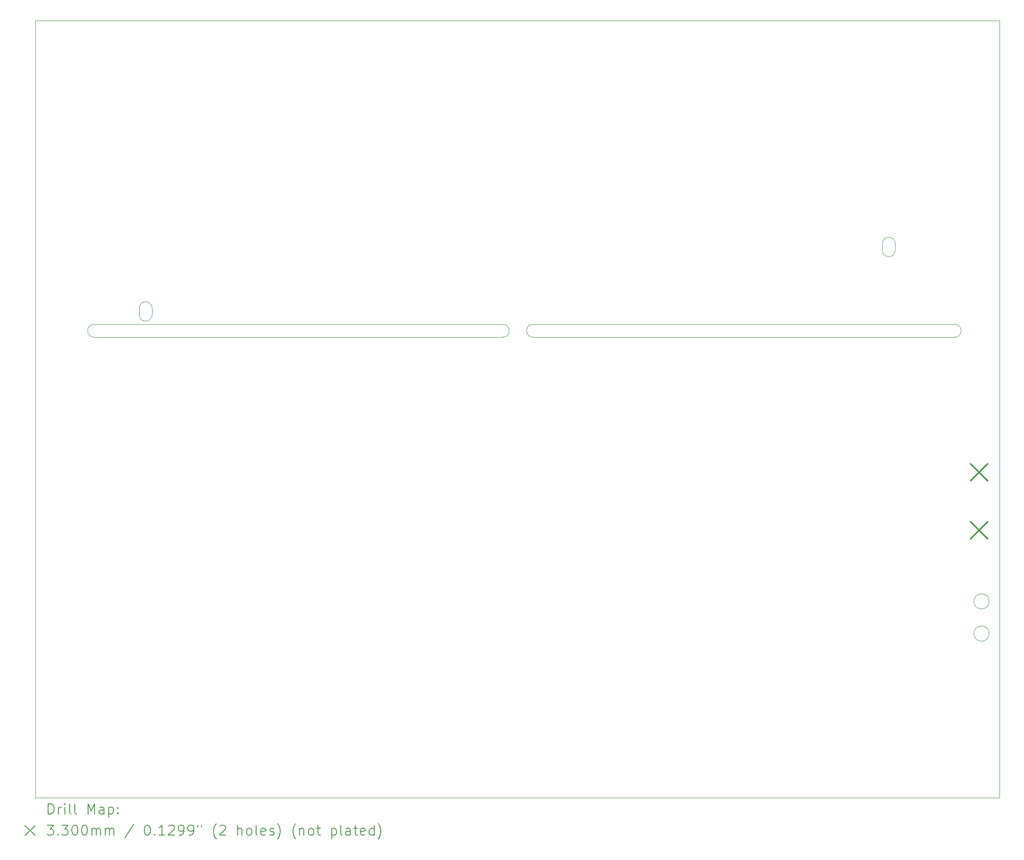
<source format=gbr>
%TF.GenerationSoftware,KiCad,Pcbnew,7.0.9*%
%TF.CreationDate,2023-12-21T14:41:17+01:00*%
%TF.ProjectId,zone-controller,7a6f6e65-2d63-46f6-9e74-726f6c6c6572,v2.0*%
%TF.SameCoordinates,Original*%
%TF.FileFunction,Drillmap*%
%TF.FilePolarity,Positive*%
%FSLAX45Y45*%
G04 Gerber Fmt 4.5, Leading zero omitted, Abs format (unit mm)*
G04 Created by KiCad (PCBNEW 7.0.9) date 2023-12-21 14:41:17*
%MOMM*%
%LPD*%
G01*
G04 APERTURE LIST*
%ADD10C,0.050000*%
%ADD11C,0.200000*%
%ADD12C,0.330000*%
G04 APERTURE END LIST*
D10*
X29184600Y-10045700D02*
X29184600Y-10172700D01*
X22301200Y-11633200D02*
G75*
G03*
X22301200Y-11887200I0J-127000D01*
G01*
X12491500Y-20967700D02*
X31491500Y-20967700D01*
X12491500Y-5648200D02*
X12491500Y-20967700D01*
X31288000Y-17094200D02*
G75*
G03*
X31288000Y-17094200I-150000J0D01*
G01*
X29184600Y-10172700D02*
G75*
G03*
X29438600Y-10172700I127000J0D01*
G01*
X30607000Y-11633200D02*
X22301200Y-11633200D01*
X21704300Y-11887200D02*
G75*
G03*
X21704300Y-11633200I0J127000D01*
G01*
X14795500Y-11442700D02*
X14795500Y-11315700D01*
X12491500Y-5648200D02*
X31491500Y-5648200D01*
X29438600Y-10045700D02*
X29438600Y-10172700D01*
X21704300Y-11887200D02*
X13652500Y-11887200D01*
X13652500Y-11633200D02*
X21704300Y-11633200D01*
X31491500Y-5648200D02*
X31491500Y-20967700D01*
X29438600Y-10045700D02*
G75*
G03*
X29184600Y-10045700I-127000J0D01*
G01*
X14541500Y-11315700D02*
X14541500Y-11442700D01*
X14541500Y-11442700D02*
G75*
G03*
X14795500Y-11442700I127000J0D01*
G01*
X14795500Y-11315700D02*
G75*
G03*
X14541500Y-11315700I-127000J0D01*
G01*
X30607000Y-11887200D02*
X22301200Y-11887200D01*
X31288000Y-17729200D02*
G75*
G03*
X31288000Y-17729200I-150000J0D01*
G01*
X13652500Y-11633200D02*
G75*
G03*
X13652500Y-11887200I0J-127000D01*
G01*
X30607000Y-11887200D02*
G75*
G03*
X30607000Y-11633200I0J127000D01*
G01*
D11*
D12*
X30924600Y-14389100D02*
X31254600Y-14719100D01*
X31254600Y-14389100D02*
X30924600Y-14719100D01*
X30924600Y-15532300D02*
X31254600Y-15862300D01*
X31254600Y-15532300D02*
X30924600Y-15862300D01*
D11*
X12749777Y-21281684D02*
X12749777Y-21081684D01*
X12749777Y-21081684D02*
X12797396Y-21081684D01*
X12797396Y-21081684D02*
X12825967Y-21091208D01*
X12825967Y-21091208D02*
X12845015Y-21110255D01*
X12845015Y-21110255D02*
X12854539Y-21129303D01*
X12854539Y-21129303D02*
X12864062Y-21167398D01*
X12864062Y-21167398D02*
X12864062Y-21195970D01*
X12864062Y-21195970D02*
X12854539Y-21234065D01*
X12854539Y-21234065D02*
X12845015Y-21253112D01*
X12845015Y-21253112D02*
X12825967Y-21272160D01*
X12825967Y-21272160D02*
X12797396Y-21281684D01*
X12797396Y-21281684D02*
X12749777Y-21281684D01*
X12949777Y-21281684D02*
X12949777Y-21148350D01*
X12949777Y-21186446D02*
X12959301Y-21167398D01*
X12959301Y-21167398D02*
X12968824Y-21157874D01*
X12968824Y-21157874D02*
X12987872Y-21148350D01*
X12987872Y-21148350D02*
X13006920Y-21148350D01*
X13073586Y-21281684D02*
X13073586Y-21148350D01*
X13073586Y-21081684D02*
X13064062Y-21091208D01*
X13064062Y-21091208D02*
X13073586Y-21100731D01*
X13073586Y-21100731D02*
X13083110Y-21091208D01*
X13083110Y-21091208D02*
X13073586Y-21081684D01*
X13073586Y-21081684D02*
X13073586Y-21100731D01*
X13197396Y-21281684D02*
X13178348Y-21272160D01*
X13178348Y-21272160D02*
X13168824Y-21253112D01*
X13168824Y-21253112D02*
X13168824Y-21081684D01*
X13302158Y-21281684D02*
X13283110Y-21272160D01*
X13283110Y-21272160D02*
X13273586Y-21253112D01*
X13273586Y-21253112D02*
X13273586Y-21081684D01*
X13530729Y-21281684D02*
X13530729Y-21081684D01*
X13530729Y-21081684D02*
X13597396Y-21224541D01*
X13597396Y-21224541D02*
X13664062Y-21081684D01*
X13664062Y-21081684D02*
X13664062Y-21281684D01*
X13845015Y-21281684D02*
X13845015Y-21176922D01*
X13845015Y-21176922D02*
X13835491Y-21157874D01*
X13835491Y-21157874D02*
X13816443Y-21148350D01*
X13816443Y-21148350D02*
X13778348Y-21148350D01*
X13778348Y-21148350D02*
X13759301Y-21157874D01*
X13845015Y-21272160D02*
X13825967Y-21281684D01*
X13825967Y-21281684D02*
X13778348Y-21281684D01*
X13778348Y-21281684D02*
X13759301Y-21272160D01*
X13759301Y-21272160D02*
X13749777Y-21253112D01*
X13749777Y-21253112D02*
X13749777Y-21234065D01*
X13749777Y-21234065D02*
X13759301Y-21215017D01*
X13759301Y-21215017D02*
X13778348Y-21205493D01*
X13778348Y-21205493D02*
X13825967Y-21205493D01*
X13825967Y-21205493D02*
X13845015Y-21195970D01*
X13940253Y-21148350D02*
X13940253Y-21348350D01*
X13940253Y-21157874D02*
X13959301Y-21148350D01*
X13959301Y-21148350D02*
X13997396Y-21148350D01*
X13997396Y-21148350D02*
X14016443Y-21157874D01*
X14016443Y-21157874D02*
X14025967Y-21167398D01*
X14025967Y-21167398D02*
X14035491Y-21186446D01*
X14035491Y-21186446D02*
X14035491Y-21243589D01*
X14035491Y-21243589D02*
X14025967Y-21262636D01*
X14025967Y-21262636D02*
X14016443Y-21272160D01*
X14016443Y-21272160D02*
X13997396Y-21281684D01*
X13997396Y-21281684D02*
X13959301Y-21281684D01*
X13959301Y-21281684D02*
X13940253Y-21272160D01*
X14121205Y-21262636D02*
X14130729Y-21272160D01*
X14130729Y-21272160D02*
X14121205Y-21281684D01*
X14121205Y-21281684D02*
X14111682Y-21272160D01*
X14111682Y-21272160D02*
X14121205Y-21262636D01*
X14121205Y-21262636D02*
X14121205Y-21281684D01*
X14121205Y-21157874D02*
X14130729Y-21167398D01*
X14130729Y-21167398D02*
X14121205Y-21176922D01*
X14121205Y-21176922D02*
X14111682Y-21167398D01*
X14111682Y-21167398D02*
X14121205Y-21157874D01*
X14121205Y-21157874D02*
X14121205Y-21176922D01*
X12289000Y-21510200D02*
X12489000Y-21710200D01*
X12489000Y-21510200D02*
X12289000Y-21710200D01*
X12730729Y-21501684D02*
X12854539Y-21501684D01*
X12854539Y-21501684D02*
X12787872Y-21577874D01*
X12787872Y-21577874D02*
X12816443Y-21577874D01*
X12816443Y-21577874D02*
X12835491Y-21587398D01*
X12835491Y-21587398D02*
X12845015Y-21596922D01*
X12845015Y-21596922D02*
X12854539Y-21615970D01*
X12854539Y-21615970D02*
X12854539Y-21663589D01*
X12854539Y-21663589D02*
X12845015Y-21682636D01*
X12845015Y-21682636D02*
X12835491Y-21692160D01*
X12835491Y-21692160D02*
X12816443Y-21701684D01*
X12816443Y-21701684D02*
X12759301Y-21701684D01*
X12759301Y-21701684D02*
X12740253Y-21692160D01*
X12740253Y-21692160D02*
X12730729Y-21682636D01*
X12940253Y-21682636D02*
X12949777Y-21692160D01*
X12949777Y-21692160D02*
X12940253Y-21701684D01*
X12940253Y-21701684D02*
X12930729Y-21692160D01*
X12930729Y-21692160D02*
X12940253Y-21682636D01*
X12940253Y-21682636D02*
X12940253Y-21701684D01*
X13016443Y-21501684D02*
X13140253Y-21501684D01*
X13140253Y-21501684D02*
X13073586Y-21577874D01*
X13073586Y-21577874D02*
X13102158Y-21577874D01*
X13102158Y-21577874D02*
X13121205Y-21587398D01*
X13121205Y-21587398D02*
X13130729Y-21596922D01*
X13130729Y-21596922D02*
X13140253Y-21615970D01*
X13140253Y-21615970D02*
X13140253Y-21663589D01*
X13140253Y-21663589D02*
X13130729Y-21682636D01*
X13130729Y-21682636D02*
X13121205Y-21692160D01*
X13121205Y-21692160D02*
X13102158Y-21701684D01*
X13102158Y-21701684D02*
X13045015Y-21701684D01*
X13045015Y-21701684D02*
X13025967Y-21692160D01*
X13025967Y-21692160D02*
X13016443Y-21682636D01*
X13264062Y-21501684D02*
X13283110Y-21501684D01*
X13283110Y-21501684D02*
X13302158Y-21511208D01*
X13302158Y-21511208D02*
X13311682Y-21520731D01*
X13311682Y-21520731D02*
X13321205Y-21539779D01*
X13321205Y-21539779D02*
X13330729Y-21577874D01*
X13330729Y-21577874D02*
X13330729Y-21625493D01*
X13330729Y-21625493D02*
X13321205Y-21663589D01*
X13321205Y-21663589D02*
X13311682Y-21682636D01*
X13311682Y-21682636D02*
X13302158Y-21692160D01*
X13302158Y-21692160D02*
X13283110Y-21701684D01*
X13283110Y-21701684D02*
X13264062Y-21701684D01*
X13264062Y-21701684D02*
X13245015Y-21692160D01*
X13245015Y-21692160D02*
X13235491Y-21682636D01*
X13235491Y-21682636D02*
X13225967Y-21663589D01*
X13225967Y-21663589D02*
X13216443Y-21625493D01*
X13216443Y-21625493D02*
X13216443Y-21577874D01*
X13216443Y-21577874D02*
X13225967Y-21539779D01*
X13225967Y-21539779D02*
X13235491Y-21520731D01*
X13235491Y-21520731D02*
X13245015Y-21511208D01*
X13245015Y-21511208D02*
X13264062Y-21501684D01*
X13454539Y-21501684D02*
X13473586Y-21501684D01*
X13473586Y-21501684D02*
X13492634Y-21511208D01*
X13492634Y-21511208D02*
X13502158Y-21520731D01*
X13502158Y-21520731D02*
X13511682Y-21539779D01*
X13511682Y-21539779D02*
X13521205Y-21577874D01*
X13521205Y-21577874D02*
X13521205Y-21625493D01*
X13521205Y-21625493D02*
X13511682Y-21663589D01*
X13511682Y-21663589D02*
X13502158Y-21682636D01*
X13502158Y-21682636D02*
X13492634Y-21692160D01*
X13492634Y-21692160D02*
X13473586Y-21701684D01*
X13473586Y-21701684D02*
X13454539Y-21701684D01*
X13454539Y-21701684D02*
X13435491Y-21692160D01*
X13435491Y-21692160D02*
X13425967Y-21682636D01*
X13425967Y-21682636D02*
X13416443Y-21663589D01*
X13416443Y-21663589D02*
X13406920Y-21625493D01*
X13406920Y-21625493D02*
X13406920Y-21577874D01*
X13406920Y-21577874D02*
X13416443Y-21539779D01*
X13416443Y-21539779D02*
X13425967Y-21520731D01*
X13425967Y-21520731D02*
X13435491Y-21511208D01*
X13435491Y-21511208D02*
X13454539Y-21501684D01*
X13606920Y-21701684D02*
X13606920Y-21568350D01*
X13606920Y-21587398D02*
X13616443Y-21577874D01*
X13616443Y-21577874D02*
X13635491Y-21568350D01*
X13635491Y-21568350D02*
X13664063Y-21568350D01*
X13664063Y-21568350D02*
X13683110Y-21577874D01*
X13683110Y-21577874D02*
X13692634Y-21596922D01*
X13692634Y-21596922D02*
X13692634Y-21701684D01*
X13692634Y-21596922D02*
X13702158Y-21577874D01*
X13702158Y-21577874D02*
X13721205Y-21568350D01*
X13721205Y-21568350D02*
X13749777Y-21568350D01*
X13749777Y-21568350D02*
X13768824Y-21577874D01*
X13768824Y-21577874D02*
X13778348Y-21596922D01*
X13778348Y-21596922D02*
X13778348Y-21701684D01*
X13873586Y-21701684D02*
X13873586Y-21568350D01*
X13873586Y-21587398D02*
X13883110Y-21577874D01*
X13883110Y-21577874D02*
X13902158Y-21568350D01*
X13902158Y-21568350D02*
X13930729Y-21568350D01*
X13930729Y-21568350D02*
X13949777Y-21577874D01*
X13949777Y-21577874D02*
X13959301Y-21596922D01*
X13959301Y-21596922D02*
X13959301Y-21701684D01*
X13959301Y-21596922D02*
X13968824Y-21577874D01*
X13968824Y-21577874D02*
X13987872Y-21568350D01*
X13987872Y-21568350D02*
X14016443Y-21568350D01*
X14016443Y-21568350D02*
X14035491Y-21577874D01*
X14035491Y-21577874D02*
X14045015Y-21596922D01*
X14045015Y-21596922D02*
X14045015Y-21701684D01*
X14435491Y-21492160D02*
X14264063Y-21749303D01*
X14692634Y-21501684D02*
X14711682Y-21501684D01*
X14711682Y-21501684D02*
X14730729Y-21511208D01*
X14730729Y-21511208D02*
X14740253Y-21520731D01*
X14740253Y-21520731D02*
X14749777Y-21539779D01*
X14749777Y-21539779D02*
X14759301Y-21577874D01*
X14759301Y-21577874D02*
X14759301Y-21625493D01*
X14759301Y-21625493D02*
X14749777Y-21663589D01*
X14749777Y-21663589D02*
X14740253Y-21682636D01*
X14740253Y-21682636D02*
X14730729Y-21692160D01*
X14730729Y-21692160D02*
X14711682Y-21701684D01*
X14711682Y-21701684D02*
X14692634Y-21701684D01*
X14692634Y-21701684D02*
X14673586Y-21692160D01*
X14673586Y-21692160D02*
X14664063Y-21682636D01*
X14664063Y-21682636D02*
X14654539Y-21663589D01*
X14654539Y-21663589D02*
X14645015Y-21625493D01*
X14645015Y-21625493D02*
X14645015Y-21577874D01*
X14645015Y-21577874D02*
X14654539Y-21539779D01*
X14654539Y-21539779D02*
X14664063Y-21520731D01*
X14664063Y-21520731D02*
X14673586Y-21511208D01*
X14673586Y-21511208D02*
X14692634Y-21501684D01*
X14845015Y-21682636D02*
X14854539Y-21692160D01*
X14854539Y-21692160D02*
X14845015Y-21701684D01*
X14845015Y-21701684D02*
X14835491Y-21692160D01*
X14835491Y-21692160D02*
X14845015Y-21682636D01*
X14845015Y-21682636D02*
X14845015Y-21701684D01*
X15045015Y-21701684D02*
X14930729Y-21701684D01*
X14987872Y-21701684D02*
X14987872Y-21501684D01*
X14987872Y-21501684D02*
X14968825Y-21530255D01*
X14968825Y-21530255D02*
X14949777Y-21549303D01*
X14949777Y-21549303D02*
X14930729Y-21558827D01*
X15121206Y-21520731D02*
X15130729Y-21511208D01*
X15130729Y-21511208D02*
X15149777Y-21501684D01*
X15149777Y-21501684D02*
X15197396Y-21501684D01*
X15197396Y-21501684D02*
X15216444Y-21511208D01*
X15216444Y-21511208D02*
X15225967Y-21520731D01*
X15225967Y-21520731D02*
X15235491Y-21539779D01*
X15235491Y-21539779D02*
X15235491Y-21558827D01*
X15235491Y-21558827D02*
X15225967Y-21587398D01*
X15225967Y-21587398D02*
X15111682Y-21701684D01*
X15111682Y-21701684D02*
X15235491Y-21701684D01*
X15330729Y-21701684D02*
X15368825Y-21701684D01*
X15368825Y-21701684D02*
X15387872Y-21692160D01*
X15387872Y-21692160D02*
X15397396Y-21682636D01*
X15397396Y-21682636D02*
X15416444Y-21654065D01*
X15416444Y-21654065D02*
X15425967Y-21615970D01*
X15425967Y-21615970D02*
X15425967Y-21539779D01*
X15425967Y-21539779D02*
X15416444Y-21520731D01*
X15416444Y-21520731D02*
X15406920Y-21511208D01*
X15406920Y-21511208D02*
X15387872Y-21501684D01*
X15387872Y-21501684D02*
X15349777Y-21501684D01*
X15349777Y-21501684D02*
X15330729Y-21511208D01*
X15330729Y-21511208D02*
X15321206Y-21520731D01*
X15321206Y-21520731D02*
X15311682Y-21539779D01*
X15311682Y-21539779D02*
X15311682Y-21587398D01*
X15311682Y-21587398D02*
X15321206Y-21606446D01*
X15321206Y-21606446D02*
X15330729Y-21615970D01*
X15330729Y-21615970D02*
X15349777Y-21625493D01*
X15349777Y-21625493D02*
X15387872Y-21625493D01*
X15387872Y-21625493D02*
X15406920Y-21615970D01*
X15406920Y-21615970D02*
X15416444Y-21606446D01*
X15416444Y-21606446D02*
X15425967Y-21587398D01*
X15521206Y-21701684D02*
X15559301Y-21701684D01*
X15559301Y-21701684D02*
X15578348Y-21692160D01*
X15578348Y-21692160D02*
X15587872Y-21682636D01*
X15587872Y-21682636D02*
X15606920Y-21654065D01*
X15606920Y-21654065D02*
X15616444Y-21615970D01*
X15616444Y-21615970D02*
X15616444Y-21539779D01*
X15616444Y-21539779D02*
X15606920Y-21520731D01*
X15606920Y-21520731D02*
X15597396Y-21511208D01*
X15597396Y-21511208D02*
X15578348Y-21501684D01*
X15578348Y-21501684D02*
X15540253Y-21501684D01*
X15540253Y-21501684D02*
X15521206Y-21511208D01*
X15521206Y-21511208D02*
X15511682Y-21520731D01*
X15511682Y-21520731D02*
X15502158Y-21539779D01*
X15502158Y-21539779D02*
X15502158Y-21587398D01*
X15502158Y-21587398D02*
X15511682Y-21606446D01*
X15511682Y-21606446D02*
X15521206Y-21615970D01*
X15521206Y-21615970D02*
X15540253Y-21625493D01*
X15540253Y-21625493D02*
X15578348Y-21625493D01*
X15578348Y-21625493D02*
X15597396Y-21615970D01*
X15597396Y-21615970D02*
X15606920Y-21606446D01*
X15606920Y-21606446D02*
X15616444Y-21587398D01*
X15692634Y-21501684D02*
X15692634Y-21539779D01*
X15768825Y-21501684D02*
X15768825Y-21539779D01*
X16064063Y-21777874D02*
X16054539Y-21768350D01*
X16054539Y-21768350D02*
X16035491Y-21739779D01*
X16035491Y-21739779D02*
X16025968Y-21720731D01*
X16025968Y-21720731D02*
X16016444Y-21692160D01*
X16016444Y-21692160D02*
X16006920Y-21644541D01*
X16006920Y-21644541D02*
X16006920Y-21606446D01*
X16006920Y-21606446D02*
X16016444Y-21558827D01*
X16016444Y-21558827D02*
X16025968Y-21530255D01*
X16025968Y-21530255D02*
X16035491Y-21511208D01*
X16035491Y-21511208D02*
X16054539Y-21482636D01*
X16054539Y-21482636D02*
X16064063Y-21473112D01*
X16130729Y-21520731D02*
X16140253Y-21511208D01*
X16140253Y-21511208D02*
X16159301Y-21501684D01*
X16159301Y-21501684D02*
X16206920Y-21501684D01*
X16206920Y-21501684D02*
X16225968Y-21511208D01*
X16225968Y-21511208D02*
X16235491Y-21520731D01*
X16235491Y-21520731D02*
X16245015Y-21539779D01*
X16245015Y-21539779D02*
X16245015Y-21558827D01*
X16245015Y-21558827D02*
X16235491Y-21587398D01*
X16235491Y-21587398D02*
X16121206Y-21701684D01*
X16121206Y-21701684D02*
X16245015Y-21701684D01*
X16483110Y-21701684D02*
X16483110Y-21501684D01*
X16568825Y-21701684D02*
X16568825Y-21596922D01*
X16568825Y-21596922D02*
X16559301Y-21577874D01*
X16559301Y-21577874D02*
X16540253Y-21568350D01*
X16540253Y-21568350D02*
X16511682Y-21568350D01*
X16511682Y-21568350D02*
X16492634Y-21577874D01*
X16492634Y-21577874D02*
X16483110Y-21587398D01*
X16692634Y-21701684D02*
X16673587Y-21692160D01*
X16673587Y-21692160D02*
X16664063Y-21682636D01*
X16664063Y-21682636D02*
X16654539Y-21663589D01*
X16654539Y-21663589D02*
X16654539Y-21606446D01*
X16654539Y-21606446D02*
X16664063Y-21587398D01*
X16664063Y-21587398D02*
X16673587Y-21577874D01*
X16673587Y-21577874D02*
X16692634Y-21568350D01*
X16692634Y-21568350D02*
X16721206Y-21568350D01*
X16721206Y-21568350D02*
X16740253Y-21577874D01*
X16740253Y-21577874D02*
X16749777Y-21587398D01*
X16749777Y-21587398D02*
X16759301Y-21606446D01*
X16759301Y-21606446D02*
X16759301Y-21663589D01*
X16759301Y-21663589D02*
X16749777Y-21682636D01*
X16749777Y-21682636D02*
X16740253Y-21692160D01*
X16740253Y-21692160D02*
X16721206Y-21701684D01*
X16721206Y-21701684D02*
X16692634Y-21701684D01*
X16873587Y-21701684D02*
X16854539Y-21692160D01*
X16854539Y-21692160D02*
X16845015Y-21673112D01*
X16845015Y-21673112D02*
X16845015Y-21501684D01*
X17025968Y-21692160D02*
X17006920Y-21701684D01*
X17006920Y-21701684D02*
X16968825Y-21701684D01*
X16968825Y-21701684D02*
X16949777Y-21692160D01*
X16949777Y-21692160D02*
X16940253Y-21673112D01*
X16940253Y-21673112D02*
X16940253Y-21596922D01*
X16940253Y-21596922D02*
X16949777Y-21577874D01*
X16949777Y-21577874D02*
X16968825Y-21568350D01*
X16968825Y-21568350D02*
X17006920Y-21568350D01*
X17006920Y-21568350D02*
X17025968Y-21577874D01*
X17025968Y-21577874D02*
X17035492Y-21596922D01*
X17035492Y-21596922D02*
X17035492Y-21615970D01*
X17035492Y-21615970D02*
X16940253Y-21635017D01*
X17111682Y-21692160D02*
X17130730Y-21701684D01*
X17130730Y-21701684D02*
X17168825Y-21701684D01*
X17168825Y-21701684D02*
X17187873Y-21692160D01*
X17187873Y-21692160D02*
X17197396Y-21673112D01*
X17197396Y-21673112D02*
X17197396Y-21663589D01*
X17197396Y-21663589D02*
X17187873Y-21644541D01*
X17187873Y-21644541D02*
X17168825Y-21635017D01*
X17168825Y-21635017D02*
X17140253Y-21635017D01*
X17140253Y-21635017D02*
X17121206Y-21625493D01*
X17121206Y-21625493D02*
X17111682Y-21606446D01*
X17111682Y-21606446D02*
X17111682Y-21596922D01*
X17111682Y-21596922D02*
X17121206Y-21577874D01*
X17121206Y-21577874D02*
X17140253Y-21568350D01*
X17140253Y-21568350D02*
X17168825Y-21568350D01*
X17168825Y-21568350D02*
X17187873Y-21577874D01*
X17264063Y-21777874D02*
X17273587Y-21768350D01*
X17273587Y-21768350D02*
X17292634Y-21739779D01*
X17292634Y-21739779D02*
X17302158Y-21720731D01*
X17302158Y-21720731D02*
X17311682Y-21692160D01*
X17311682Y-21692160D02*
X17321206Y-21644541D01*
X17321206Y-21644541D02*
X17321206Y-21606446D01*
X17321206Y-21606446D02*
X17311682Y-21558827D01*
X17311682Y-21558827D02*
X17302158Y-21530255D01*
X17302158Y-21530255D02*
X17292634Y-21511208D01*
X17292634Y-21511208D02*
X17273587Y-21482636D01*
X17273587Y-21482636D02*
X17264063Y-21473112D01*
X17625968Y-21777874D02*
X17616444Y-21768350D01*
X17616444Y-21768350D02*
X17597396Y-21739779D01*
X17597396Y-21739779D02*
X17587873Y-21720731D01*
X17587873Y-21720731D02*
X17578349Y-21692160D01*
X17578349Y-21692160D02*
X17568825Y-21644541D01*
X17568825Y-21644541D02*
X17568825Y-21606446D01*
X17568825Y-21606446D02*
X17578349Y-21558827D01*
X17578349Y-21558827D02*
X17587873Y-21530255D01*
X17587873Y-21530255D02*
X17597396Y-21511208D01*
X17597396Y-21511208D02*
X17616444Y-21482636D01*
X17616444Y-21482636D02*
X17625968Y-21473112D01*
X17702158Y-21568350D02*
X17702158Y-21701684D01*
X17702158Y-21587398D02*
X17711682Y-21577874D01*
X17711682Y-21577874D02*
X17730730Y-21568350D01*
X17730730Y-21568350D02*
X17759301Y-21568350D01*
X17759301Y-21568350D02*
X17778349Y-21577874D01*
X17778349Y-21577874D02*
X17787873Y-21596922D01*
X17787873Y-21596922D02*
X17787873Y-21701684D01*
X17911682Y-21701684D02*
X17892634Y-21692160D01*
X17892634Y-21692160D02*
X17883111Y-21682636D01*
X17883111Y-21682636D02*
X17873587Y-21663589D01*
X17873587Y-21663589D02*
X17873587Y-21606446D01*
X17873587Y-21606446D02*
X17883111Y-21587398D01*
X17883111Y-21587398D02*
X17892634Y-21577874D01*
X17892634Y-21577874D02*
X17911682Y-21568350D01*
X17911682Y-21568350D02*
X17940254Y-21568350D01*
X17940254Y-21568350D02*
X17959301Y-21577874D01*
X17959301Y-21577874D02*
X17968825Y-21587398D01*
X17968825Y-21587398D02*
X17978349Y-21606446D01*
X17978349Y-21606446D02*
X17978349Y-21663589D01*
X17978349Y-21663589D02*
X17968825Y-21682636D01*
X17968825Y-21682636D02*
X17959301Y-21692160D01*
X17959301Y-21692160D02*
X17940254Y-21701684D01*
X17940254Y-21701684D02*
X17911682Y-21701684D01*
X18035492Y-21568350D02*
X18111682Y-21568350D01*
X18064063Y-21501684D02*
X18064063Y-21673112D01*
X18064063Y-21673112D02*
X18073587Y-21692160D01*
X18073587Y-21692160D02*
X18092634Y-21701684D01*
X18092634Y-21701684D02*
X18111682Y-21701684D01*
X18330730Y-21568350D02*
X18330730Y-21768350D01*
X18330730Y-21577874D02*
X18349777Y-21568350D01*
X18349777Y-21568350D02*
X18387873Y-21568350D01*
X18387873Y-21568350D02*
X18406920Y-21577874D01*
X18406920Y-21577874D02*
X18416444Y-21587398D01*
X18416444Y-21587398D02*
X18425968Y-21606446D01*
X18425968Y-21606446D02*
X18425968Y-21663589D01*
X18425968Y-21663589D02*
X18416444Y-21682636D01*
X18416444Y-21682636D02*
X18406920Y-21692160D01*
X18406920Y-21692160D02*
X18387873Y-21701684D01*
X18387873Y-21701684D02*
X18349777Y-21701684D01*
X18349777Y-21701684D02*
X18330730Y-21692160D01*
X18540254Y-21701684D02*
X18521206Y-21692160D01*
X18521206Y-21692160D02*
X18511682Y-21673112D01*
X18511682Y-21673112D02*
X18511682Y-21501684D01*
X18702158Y-21701684D02*
X18702158Y-21596922D01*
X18702158Y-21596922D02*
X18692635Y-21577874D01*
X18692635Y-21577874D02*
X18673587Y-21568350D01*
X18673587Y-21568350D02*
X18635492Y-21568350D01*
X18635492Y-21568350D02*
X18616444Y-21577874D01*
X18702158Y-21692160D02*
X18683111Y-21701684D01*
X18683111Y-21701684D02*
X18635492Y-21701684D01*
X18635492Y-21701684D02*
X18616444Y-21692160D01*
X18616444Y-21692160D02*
X18606920Y-21673112D01*
X18606920Y-21673112D02*
X18606920Y-21654065D01*
X18606920Y-21654065D02*
X18616444Y-21635017D01*
X18616444Y-21635017D02*
X18635492Y-21625493D01*
X18635492Y-21625493D02*
X18683111Y-21625493D01*
X18683111Y-21625493D02*
X18702158Y-21615970D01*
X18768825Y-21568350D02*
X18845015Y-21568350D01*
X18797396Y-21501684D02*
X18797396Y-21673112D01*
X18797396Y-21673112D02*
X18806920Y-21692160D01*
X18806920Y-21692160D02*
X18825968Y-21701684D01*
X18825968Y-21701684D02*
X18845015Y-21701684D01*
X18987873Y-21692160D02*
X18968825Y-21701684D01*
X18968825Y-21701684D02*
X18930730Y-21701684D01*
X18930730Y-21701684D02*
X18911682Y-21692160D01*
X18911682Y-21692160D02*
X18902158Y-21673112D01*
X18902158Y-21673112D02*
X18902158Y-21596922D01*
X18902158Y-21596922D02*
X18911682Y-21577874D01*
X18911682Y-21577874D02*
X18930730Y-21568350D01*
X18930730Y-21568350D02*
X18968825Y-21568350D01*
X18968825Y-21568350D02*
X18987873Y-21577874D01*
X18987873Y-21577874D02*
X18997396Y-21596922D01*
X18997396Y-21596922D02*
X18997396Y-21615970D01*
X18997396Y-21615970D02*
X18902158Y-21635017D01*
X19168825Y-21701684D02*
X19168825Y-21501684D01*
X19168825Y-21692160D02*
X19149777Y-21701684D01*
X19149777Y-21701684D02*
X19111682Y-21701684D01*
X19111682Y-21701684D02*
X19092635Y-21692160D01*
X19092635Y-21692160D02*
X19083111Y-21682636D01*
X19083111Y-21682636D02*
X19073587Y-21663589D01*
X19073587Y-21663589D02*
X19073587Y-21606446D01*
X19073587Y-21606446D02*
X19083111Y-21587398D01*
X19083111Y-21587398D02*
X19092635Y-21577874D01*
X19092635Y-21577874D02*
X19111682Y-21568350D01*
X19111682Y-21568350D02*
X19149777Y-21568350D01*
X19149777Y-21568350D02*
X19168825Y-21577874D01*
X19245016Y-21777874D02*
X19254539Y-21768350D01*
X19254539Y-21768350D02*
X19273587Y-21739779D01*
X19273587Y-21739779D02*
X19283111Y-21720731D01*
X19283111Y-21720731D02*
X19292635Y-21692160D01*
X19292635Y-21692160D02*
X19302158Y-21644541D01*
X19302158Y-21644541D02*
X19302158Y-21606446D01*
X19302158Y-21606446D02*
X19292635Y-21558827D01*
X19292635Y-21558827D02*
X19283111Y-21530255D01*
X19283111Y-21530255D02*
X19273587Y-21511208D01*
X19273587Y-21511208D02*
X19254539Y-21482636D01*
X19254539Y-21482636D02*
X19245016Y-21473112D01*
M02*

</source>
